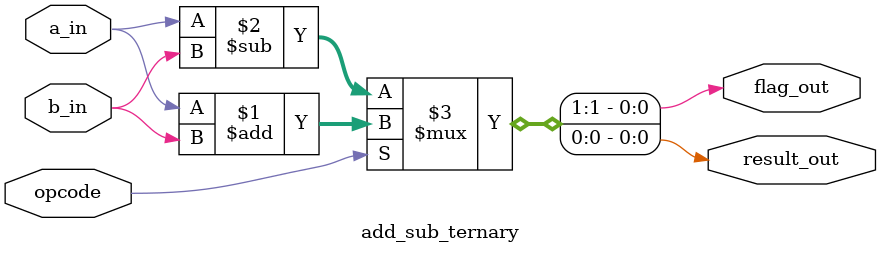
<source format=v>
`timescale 1ns / 1ps


module add_sub_ternary(
    input a_in,
    input b_in,
    output result_out,
    output flag_out,
    input opcode
    );
    
    assign {flag_out,result_out} = (opcode)? a_in + b_in : a_in - b_in;
    
endmodule

</source>
